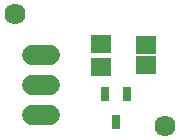
<source format=gts>
G75*
%MOIN*%
%OFA0B0*%
%FSLAX25Y25*%
%IPPOS*%
%LPD*%
%AMOC8*
5,1,8,0,0,1.08239X$1,22.5*
%
%ADD10C,0.07060*%
%ADD11R,0.06706X0.05918*%
%ADD12C,0.06800*%
%ADD13R,0.07099X0.05918*%
%ADD14R,0.02965X0.04800*%
D10*
X0027162Y0073500D03*
X0077162Y0036098D03*
D11*
X0070863Y0056335D03*
X0070863Y0063028D03*
D12*
X0038863Y0039681D02*
X0032863Y0039681D01*
X0032863Y0049681D02*
X0038863Y0049681D01*
X0038863Y0059681D02*
X0032863Y0059681D01*
D13*
X0055863Y0055941D03*
X0055863Y0063421D03*
D14*
X0057123Y0046846D03*
X0064603Y0046846D03*
X0060863Y0037516D03*
M02*

</source>
